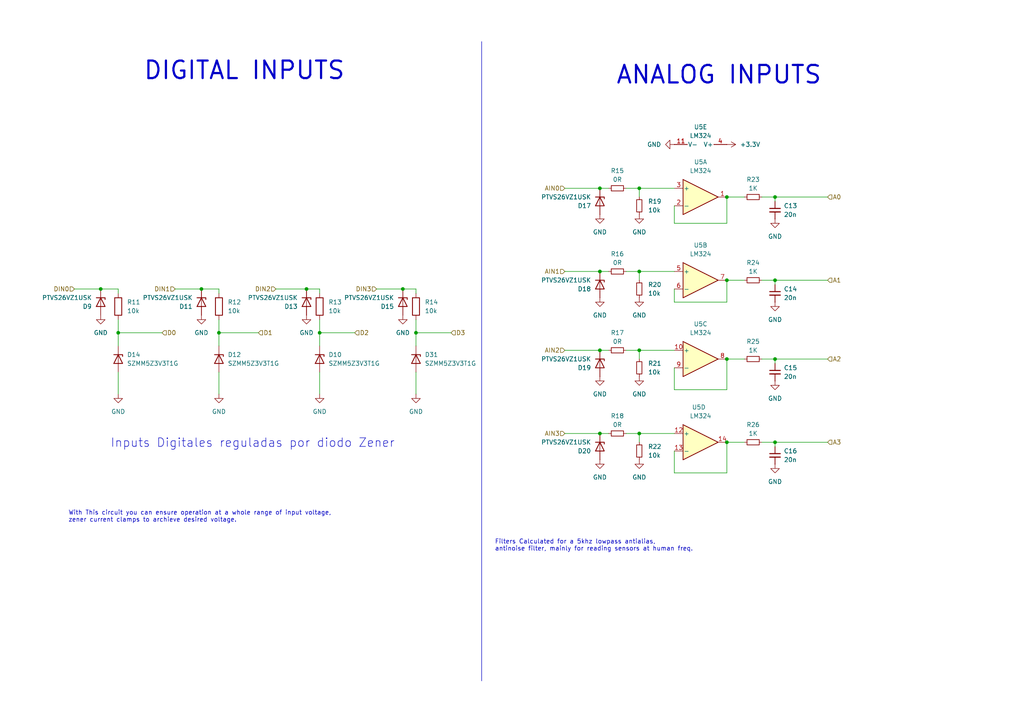
<source format=kicad_sch>
(kicad_sch (version 20231120) (generator "eeschema") (generator_version "8.0")
  (paper "A4")
  (lib_symbols
    (symbol "Amplifier_Operational:LM324" (pin_names (offset 0.127))
      (property "Reference" "U" (at 0 5.08 0))
      (property "Value" "LM324" (at 0 -5.08 0))
      (symbol "LM324_1_1"
        (polyline (pts (xy -5.08 5.08) (xy 5.08 0) (xy -5.08 -5.08) (xy -5.08 5.08)) (stroke (width 0.254)) (fill (type background)))
        (pin output line (at 7.62 0 180) (length 2.54) (name "~") (number "1"))
        (pin input line (at -7.62 -2.54 0) (length 2.54) (name "-") (number "2"))
        (pin input line (at -7.62 2.54 0) (length 2.54) (name "+") (number "3"))
      )
      (symbol "LM324_2_1"
        (polyline (pts (xy -5.08 5.08) (xy 5.08 0) (xy -5.08 -5.08) (xy -5.08 5.08)) (stroke (width 0.254)) (fill (type background)))
        (pin input line (at -7.62 2.54 0) (length 2.54) (name "+") (number "5"))
        (pin input line (at -7.62 -2.54 0) (length 2.54) (name "-") (number "6"))
        (pin output line (at 7.62 0 180) (length 2.54) (name "~") (number "7"))
      )
      (symbol "LM324_3_1"
        (polyline (pts (xy -5.08 5.08) (xy 5.08 0) (xy -5.08 -5.08) (xy -5.08 5.08)) (stroke (width 0.254)) (fill (type background)))
        (pin input line (at -7.62 2.54 0) (length 2.54) (name "+") (number "10"))
        (pin output line (at 7.62 0 180) (length 2.54) (name "~") (number "8"))
        (pin input line (at -7.62 -2.54 0) (length 2.54) (name "-") (number "9"))
      )
      (symbol "LM324_4_1"
        (polyline (pts (xy -5.08 5.08) (xy 5.08 0) (xy -5.08 -5.08) (xy -5.08 5.08)) (stroke (width 0.254)) (fill (type background)))
        (pin input line (at -7.62 2.54 0) (length 2.54) (name "+") (number "12"))
        (pin input line (at -7.62 -2.54 0) (length 2.54) (name "-") (number "13"))
        (pin output line (at 7.62 0 180) (length 2.54) (name "~") (number "14"))
      )
      (symbol "LM324_5_1"
        (pin power_in line (at -2.54 -7.62 90) (length 3.81) (name "V-") (number "11"))
        (pin power_in line (at -2.54 7.62 270) (length 3.81) (name "V+") (number "4"))
      )
    )
    (symbol "Device:C_Small" (pin_numbers hide) (pin_names (offset 0.254) hide)
      (property "Reference" "C" (at 0.254 1.778 0))
      (property "Value" "C_Small" (at 0.254 -2.032 0))
      (symbol "C_Small_0_1"
        (polyline (pts (xy -1.524 -0.508) (xy 1.524 -0.508)) (stroke (width 0.3302)))
        (polyline (pts (xy -1.524 0.508) (xy 1.524 0.508)) (stroke (width 0.3048)))
      )
      (symbol "C_Small_1_1"
        (pin passive line (at 0 2.54 270) (length 2.032) (name "~") (number "1"))
        (pin passive line (at 0 -2.54 90) (length 2.032) (name "~") (number "2"))
      )
    )
    (symbol "Device:D_Zener" (pin_numbers hide) (pin_names (offset 1.016) hide)
      (property "Reference" "D" (at 0 2.54 0))
      (property "Value" "D_Zener" (at 0 -2.54 0))
      (symbol "D_Zener_0_1"
        (polyline (pts (xy 1.27 0) (xy -1.27 0)))
        (polyline (pts (xy -1.27 -1.27) (xy -1.27 1.27) (xy -0.762 1.27)) (stroke (width 0.254)))
        (polyline (pts (xy 1.27 -1.27) (xy 1.27 1.27) (xy -1.27 0) (xy 1.27 -1.27)) (stroke (width 0.254)))
      )
      (symbol "D_Zener_1_1"
        (pin passive line (at -3.81 0 0) (length 2.54) (name "K") (number "1"))
        (pin passive line (at 3.81 0 180) (length 2.54) (name "A") (number "2"))
      )
    )
    (symbol "Device:R" (pin_numbers hide) (pin_names (offset 0))
      (property "Reference" "R" (at 2.032 0 90))
      (property "Value" "R" (at 0 0 90))
      (symbol "R_0_1"
        (rectangle (start -1.016 -2.54) (end 1.016 2.54) (stroke (width 0.254)))
      )
      (symbol "R_1_1"
        (pin passive line (at 0 3.81 270) (length 1.27) (name "~") (number "1"))
        (pin passive line (at 0 -3.81 90) (length 1.27) (name "~") (number "2"))
      )
    )
    (symbol "Device:R_Small" (pin_numbers hide) (pin_names (offset 0.254) hide)
      (property "Reference" "R" (at 0.762 0.508 0))
      (property "Value" "R_Small" (at 0.762 -1.016 0))
      (symbol "R_Small_0_1"
        (rectangle (start -0.762 1.778) (end 0.762 -1.778) (stroke (width 0.2032)))
      )
      (symbol "R_Small_1_1"
        (pin passive line (at 0 2.54 270) (length 0.762) (name "~") (number "1"))
        (pin passive line (at 0 -2.54 90) (length 0.762) (name "~") (number "2"))
      )
    )
    (symbol "Diode:PTVS26VZ1USK" (pin_numbers hide) (pin_names hide)
      (property "Reference" "D" (at 0 2.54 0))
      (property "Value" "PTVS26VZ1USK" (at 0 -2.54 0))
      (symbol "PTVS26VZ1USK_0_1"
        (polyline (pts (xy 1.27 0) (xy -1.27 0)))
        (polyline (pts (xy -1.27 -1.27) (xy -1.27 1.27) (xy -0.762 1.27)) (stroke (width 0.254)))
        (polyline (pts (xy 1.27 -1.27) (xy 1.27 1.27) (xy -1.27 0) (xy 1.27 -1.27)) (stroke (width 0.254)))
      )
      (symbol "PTVS26VZ1USK_1_1"
        (pin passive line (at -3.81 0 0) (length 2.54) (name "K") (number "1"))
        (pin passive line (at 3.81 0 180) (length 2.54) (name "A") (number "2"))
      )
    )
    (symbol "GND_1" (power) (pin_numbers hide) (pin_names (offset 0) hide)
      (property "Value" "GND" (at 0 -3.81 0))
      (symbol "GND_1_0_1"
        (polyline (pts (xy 0 0) (xy 0 -1.27) (xy 1.27 -1.27) (xy 0 -2.54) (xy -1.27 -1.27) (xy 0 -1.27)))
      )
      (symbol "GND_1_1_1"
        (pin power_in line (at 0 0 270) (length 0) (name "~") (number "1"))
      )
    )
    (symbol "GND_2" (power) (pin_numbers hide) (pin_names (offset 0) hide)
      (property "Value" "GND" (at 0 -3.81 0))
      (symbol "GND_2_0_1"
        (polyline (pts (xy 0 0) (xy 0 -1.27) (xy 1.27 -1.27) (xy 0 -2.54) (xy -1.27 -1.27) (xy 0 -1.27)))
      )
      (symbol "GND_2_1_1"
        (pin power_in line (at 0 0 270) (length 0) (name "~") (number "1"))
      )
    )
    (symbol "power:+3.3V" (power) (pin_numbers hide) (pin_names (offset 0) hide)
      (property "Value" "+3.3V" (at 0 3.556 0))
      (symbol "+3.3V_0_1"
        (polyline (pts (xy -0.762 1.27) (xy 0 2.54)))
        (polyline (pts (xy 0 0) (xy 0 2.54)))
        (polyline (pts (xy 0 2.54) (xy 0.762 1.27)))
      )
      (symbol "+3.3V_1_1"
        (pin power_in line (at 0 0 90) (length 0) (name "~") (number "1"))
      )
    )
    (symbol "power:GND" (power) (pin_names (offset 0))
      (property "Value" "GND" (at 0 -3.81 0))
      (symbol "GND_0_1"
        (polyline (pts (xy 0 0) (xy 0 -1.27) (xy 1.27 -1.27) (xy 0 -2.54) (xy -1.27 -1.27) (xy 0 -1.27)))
      )
      (symbol "GND_1_1"
        (pin power_in line (at 0 0 270) (length 0) hide (name "GND") (number "1"))
      )
    )
  )
  (junction (at 224.79 128.27))
  (junction (at 88.9 83.82))
  (junction (at 185.42 125.73))
  (junction (at 185.42 54.61))
  (junction (at 173.99 125.73))
  (junction (at 210.82 81.28))
  (junction (at 29.21 83.82))
  (junction (at 173.99 54.61))
  (junction (at 210.82 128.27))
  (junction (at 92.71 96.52))
  (junction (at 185.42 101.6))
  (junction (at 210.82 104.14))
  (junction (at 224.79 104.14))
  (junction (at 58.42 83.82))
  (junction (at 224.79 81.28))
  (junction (at 116.84 83.82))
  (junction (at 224.79 57.15))
  (junction (at 210.82 57.15))
  (junction (at 185.42 78.74))
  (junction (at 63.5 96.52))
  (junction (at 120.65 96.52))
  (junction (at 173.99 78.74))
  (junction (at 173.99 101.6))
  (junction (at 34.29 96.52))
  (wire (pts (xy 195.58 130.81) (xy 195.58 137.16)))
  (wire (pts (xy 21.59 83.82) (xy 29.21 83.82)))
  (wire (pts (xy 163.83 78.74) (xy 173.99 78.74)))
  (wire (pts (xy 109.22 83.82) (xy 116.84 83.82)))
  (wire (pts (xy 195.58 59.69) (xy 195.58 64.77)))
  (wire (pts (xy 210.82 57.15) (xy 215.9 57.15)))
  (wire (pts (xy 34.29 92.71) (xy 34.29 96.52)))
  (wire (pts (xy 224.79 104.14) (xy 224.79 105.41)))
  (wire (pts (xy 195.58 137.16) (xy 210.82 137.16)))
  (wire (pts (xy 92.71 92.71) (xy 92.71 96.52)))
  (wire (pts (xy 58.42 83.82) (xy 63.5 83.82)))
  (wire (pts (xy 210.82 113.03) (xy 210.82 104.14)))
  (wire (pts (xy 220.98 128.27) (xy 224.79 128.27)))
  (wire (pts (xy 181.61 125.73) (xy 185.42 125.73)))
  (wire (pts (xy 120.65 83.82) (xy 120.65 85.09)))
  (wire (pts (xy 210.82 87.63) (xy 210.82 81.28)))
  (wire (pts (xy 120.65 107.95) (xy 120.65 114.3)))
  (wire (pts (xy 34.29 96.52) (xy 46.99 96.52)))
  (wire (pts (xy 163.83 101.6) (xy 173.99 101.6)))
  (wire (pts (xy 224.79 128.27) (xy 224.79 129.54)))
  (wire (pts (xy 80.01 83.82) (xy 88.9 83.82)))
  (wire (pts (xy 173.99 54.61) (xy 176.53 54.61)))
  (wire (pts (xy 92.71 96.52) (xy 102.87 96.52)))
  (wire (pts (xy 224.79 128.27) (xy 240.03 128.27)))
  (wire (pts (xy 220.98 57.15) (xy 224.79 57.15)))
  (wire (pts (xy 29.21 83.82) (xy 34.29 83.82)))
  (wire (pts (xy 210.82 57.15) (xy 210.82 64.77)))
  (wire (pts (xy 181.61 54.61) (xy 185.42 54.61)))
  (wire (pts (xy 50.8 83.82) (xy 58.42 83.82)))
  (wire (pts (xy 92.71 96.52) (xy 92.71 100.33)))
  (wire (pts (xy 120.65 96.52) (xy 120.65 100.33)))
  (wire (pts (xy 92.71 83.82) (xy 92.71 85.09)))
  (wire (pts (xy 195.58 87.63) (xy 210.82 87.63)))
  (wire (pts (xy 185.42 81.28) (xy 185.42 78.74)))
  (wire (pts (xy 185.42 125.73) (xy 195.58 125.73)))
  (wire (pts (xy 224.79 81.28) (xy 240.03 81.28)))
  (wire (pts (xy 210.82 137.16) (xy 210.82 128.27)))
  (wire (pts (xy 185.42 78.74) (xy 195.58 78.74)))
  (wire (pts (xy 224.79 57.15) (xy 224.79 58.42)))
  (wire (pts (xy 185.42 57.15) (xy 185.42 54.61)))
  (wire (pts (xy 185.42 54.61) (xy 195.58 54.61)))
  (wire (pts (xy 63.5 96.52) (xy 63.5 100.33)))
  (wire (pts (xy 215.9 81.28) (xy 210.82 81.28)))
  (wire (pts (xy 224.79 104.14) (xy 240.03 104.14)))
  (wire (pts (xy 181.61 78.74) (xy 185.42 78.74)))
  (wire (pts (xy 195.58 113.03) (xy 210.82 113.03)))
  (wire (pts (xy 116.84 83.82) (xy 120.65 83.82)))
  (wire (pts (xy 34.29 83.82) (xy 34.29 85.09)))
  (wire (pts (xy 92.71 107.95) (xy 92.71 114.3)))
  (wire (pts (xy 185.42 128.27) (xy 185.42 125.73)))
  (wire (pts (xy 185.42 104.14) (xy 185.42 101.6)))
  (wire (pts (xy 120.65 96.52) (xy 130.81 96.52)))
  (wire (pts (xy 215.9 128.27) (xy 210.82 128.27)))
  (wire (pts (xy 195.58 106.68) (xy 195.58 113.03)))
  (wire (pts (xy 224.79 81.28) (xy 224.79 82.55)))
  (wire (pts (xy 163.83 54.61) (xy 173.99 54.61)))
  (wire (pts (xy 195.58 83.82) (xy 195.58 87.63)))
  (wire (pts (xy 63.5 96.52) (xy 74.93 96.52)))
  (wire (pts (xy 220.98 81.28) (xy 224.79 81.28)))
  (wire (pts (xy 120.65 92.71) (xy 120.65 96.52)))
  (polyline (pts (xy 139.7 12.065) (xy 139.7 197.485)))
  (wire (pts (xy 63.5 83.82) (xy 63.5 85.09)))
  (wire (pts (xy 173.99 125.73) (xy 176.53 125.73)))
  (wire (pts (xy 163.83 125.73) (xy 173.99 125.73)))
  (wire (pts (xy 185.42 101.6) (xy 195.58 101.6)))
  (wire (pts (xy 173.99 78.74) (xy 176.53 78.74)))
  (wire (pts (xy 181.61 101.6) (xy 185.42 101.6)))
  (wire (pts (xy 220.98 104.14) (xy 224.79 104.14)))
  (wire (pts (xy 63.5 92.71) (xy 63.5 96.52)))
  (wire (pts (xy 63.5 107.95) (xy 63.5 114.3)))
  (wire (pts (xy 34.29 96.52) (xy 34.29 100.33)))
  (wire (pts (xy 195.58 64.77) (xy 210.82 64.77)))
  (wire (pts (xy 34.29 107.95) (xy 34.29 114.3)))
  (wire (pts (xy 173.99 101.6) (xy 176.53 101.6)))
  (wire (pts (xy 224.79 57.15) (xy 240.03 57.15)))
  (wire (pts (xy 88.9 83.82) (xy 92.71 83.82)))
  (wire (pts (xy 215.9 104.14) (xy 210.82 104.14)))
  (text "With This circuit you can ensure operation at a whole range of input voltage,\nzener current clamps to archieve desired voltage.\n" (at 19.812 149.86 0) (effects (font (size 1.27 1.27)) (justify left)))
  (text "DIGITAL INPUTS" (at 70.866 20.574 0) (effects (font (size 5.08 5.08) (thickness 0.635))))
  (text "Inputs Digitales reguladas por diodo Zener" (at 32.004 130.048 0) (effects (font (size 2.5 2.5)) (justify left bottom)))
  (text "ANALOG INPUTS" (at 208.534 21.844 0) (effects (font (size 5.08 5.08) (thickness 0.635))))
  (text "Filters Calculated for a 5khz lowpass antialias, \nantinoise filter, mainly for reading sensors at human freq." (at 143.51 158.242 0) (effects (font (size 1.27 1.27)) (justify left)))
  (hierarchical_label "DIN3" (shape input) (at 109.22 83.82 180) (effects (font (thickness 0.1588))))
  (hierarchical_label "AIN1" (shape input) (at 163.83 78.74 180))
  (hierarchical_label "D2" (shape input) (at 102.87 96.52 0) (effects (font (thickness 0.1588))))
  (hierarchical_label "AIN2" (shape input) (at 163.83 101.6 180))
  (hierarchical_label "A1" (shape input) (at 240.03 81.28 0))
  (hierarchical_label "D1" (shape input) (at 74.93 96.52 0) (effects (font (thickness 0.1588))))
  (hierarchical_label "AIN0" (shape input) (at 163.83 54.61 180))
  (hierarchical_label "DIN0" (shape input) (at 21.59 83.82 180) (effects (font (thickness 0.1588))))
  (hierarchical_label "A0" (shape input) (at 240.03 57.15 0))
  (hierarchical_label "D0" (shape input) (at 46.99 96.52 0) (effects (font (thickness 0.1588))))
  (hierarchical_label "AIN3" (shape input) (at 163.83 125.73 180))
  (hierarchical_label "A3" (shape input) (at 240.03 128.27 0))
  (hierarchical_label "D3" (shape input) (at 130.81 96.52 0) (effects (font (thickness 0.1588))))
  (hierarchical_label "A2" (shape input) (at 240.03 104.14 0))
  (hierarchical_label "DIN2" (shape input) (at 80.01 83.82 180) (effects (font (thickness 0.1588))))
  (hierarchical_label "DIN1" (shape input) (at 50.8 83.82 180) (effects (font (thickness 0.1588))))
  (symbol (lib_name "GND_2") (lib_id "power:GND") (at 173.99 62.23 0) (unit 1)
    (property "Reference" "#PWR049" (effects (hide yes)))
    (property "Value" "GND" (at 173.99 67.31 0))
    (property "Description" "Power symbol creates a global label with name \"GND\" , ground" (effects (hide yes)))
  )
  (symbol (lib_name "GND_2") (lib_id "power:GND") (at 185.42 133.35 0) (unit 1)
    (property "Reference" "#PWR056" (effects (hide yes)))
    (property "Value" "GND" (at 185.42 138.43 0))
    (property "Description" "Power symbol creates a global label with name \"GND\" , ground" (effects (hide yes)))
  )
  (symbol (lib_id "Device:R") (at 63.5 88.9 0) (unit 1)
    (property "Reference" "R12" (at 66.04 87.6299 0) (effects (justify left)))
    (property "Value" "10k" (at 66.04 90.1699 0) (effects (justify left)))
    (property "Footprint" "Resistor_SMD:R_0603_1608Metric" (effects (hide yes)))
  )
  (symbol (lib_id "Diode:PTVS26VZ1USK") (at 173.99 105.41 270) (unit 1)
    (property "Reference" "D19" (at 171.45 106.6801 90) (effects (justify right)))
    (property "Value" "PTVS26VZ1USK" (at 171.45 104.1401 90) (effects (justify right)))
    (property "Footprint" "Diode_SMD:Nexperia_DSN1608-2_1.6x0.8mm" (effects (hide yes)))
    (property "Datasheet" "https://assets.nexperia.com/documents/data-sheet/PTVS26VZ1USK.pdf" (effects (hide yes)))
    (property "Description" "26V, 1850W TVS unidirectional diode, DSN1608-2" (effects (hide yes)))
  )
  (symbol (lib_id "Device:R_Small") (at 185.42 59.69 0) (unit 1)
    (property "Reference" "R19" (at 187.96 58.4199 0) (effects (justify left)))
    (property "Value" "10k" (at 187.96 60.9599 0) (effects (justify left)))
    (property "Footprint" "Resistor_SMD:R_0603_1608Metric" (effects (hide yes)))
    (property "Description" "Resistor, small symbol" (effects (hide yes)))
  )
  (symbol (lib_name "GND_2") (lib_id "power:GND") (at 173.99 109.22 0) (unit 1)
    (property "Reference" "#PWR051" (effects (hide yes)))
    (property "Value" "GND" (at 173.99 114.3 0))
    (property "Description" "Power symbol creates a global label with name \"GND\" , ground" (effects (hide yes)))
  )
  (symbol (lib_id "Diode:PTVS26VZ1USK") (at 173.99 129.54 270) (unit 1)
    (property "Reference" "D20" (at 171.45 130.8101 90) (effects (justify right)))
    (property "Value" "PTVS26VZ1USK" (at 171.45 128.2701 90) (effects (justify right)))
    (property "Footprint" "Diode_SMD:Nexperia_DSN1608-2_1.6x0.8mm" (effects (hide yes)))
    (property "Datasheet" "https://assets.nexperia.com/documents/data-sheet/PTVS26VZ1USK.pdf" (effects (hide yes)))
    (property "Description" "26V, 1850W TVS unidirectional diode, DSN1608-2" (effects (hide yes)))
  )
  (symbol (lib_id "power:GND") (at 88.9 91.44 0) (unit 1)
    (property "Reference" "#PWR045" (effects (hide yes)))
    (property "Value" "GND" (at 88.9 96.52 0))
  )
  (symbol (lib_name "GND_2") (lib_id "power:GND") (at 185.42 86.36 0) (unit 1)
    (property "Reference" "#PWR054" (effects (hide yes)))
    (property "Value" "GND" (at 185.42 91.44 0))
    (property "Description" "Power symbol creates a global label with name \"GND\" , ground" (effects (hide yes)))
  )
  (symbol (lib_id "Device:R_Small") (at 185.42 130.81 0) (unit 1)
    (property "Reference" "R22" (at 187.96 129.5399 0) (effects (justify left)))
    (property "Value" "10k" (at 187.96 132.0799 0) (effects (justify left)))
    (property "Footprint" "Resistor_SMD:R_0603_1608Metric" (effects (hide yes)))
    (property "Description" "Resistor, small symbol" (effects (hide yes)))
  )
  (symbol (lib_name "GND_2") (lib_id "power:GND") (at 224.79 110.49 0) (unit 1)
    (property "Reference" "#PWR060" (effects (hide yes)))
    (property "Value" "GND" (at 224.79 115.57 0))
    (property "Description" "Power symbol creates a global label with name \"GND\" , ground" (effects (hide yes)))
  )
  (symbol (lib_name "GND_2") (lib_id "power:GND") (at 224.79 87.63 0) (unit 1)
    (property "Reference" "#PWR059" (effects (hide yes)))
    (property "Value" "GND" (at 224.79 92.71 0))
    (property "Description" "Power symbol creates a global label with name \"GND\" , ground" (effects (hide yes)))
  )
  (symbol (lib_id "Device:R") (at 34.29 88.9 0) (unit 1)
    (property "Reference" "R11" (at 36.83 87.6299 0) (effects (justify left)))
    (property "Value" "10k" (at 36.83 90.1699 0) (effects (justify left)))
    (property "Footprint" "Resistor_SMD:R_0603_1608Metric" (effects (hide yes)))
  )
  (symbol (lib_id "Device:R_Small") (at 179.07 125.73 90) (unit 1)
    (property "Reference" "R18" (at 179.07 120.65 90))
    (property "Value" "0R" (at 179.07 123.19 90))
    (property "Footprint" "Resistor_SMD:R_0603_1608Metric" (effects (hide yes)))
    (property "Description" "Resistor, small symbol" (effects (hide yes)))
  )
  (symbol (lib_id "power:GND") (at 29.21 91.44 0) (unit 1)
    (property "Reference" "#PWR041" (effects (hide yes)))
    (property "Value" "GND" (at 29.21 96.52 0))
  )
  (symbol (lib_id "power:GND") (at 92.71 114.3 0) (unit 1)
    (property "Reference" "#PWR046" (effects (hide yes)))
    (property "Value" "GND" (at 92.71 119.38 0))
  )
  (symbol (lib_id "Amplifier_Operational:LM324") (at 203.2 81.28 0) (unit 2)
    (property "Reference" "U5" (at 203.2 71.12 0))
    (property "Value" "LM324" (at 203.2 73.66 0))
    (property "Footprint" "Package_SO:SOIC-14_3.9x8.7mm_P1.27mm" (effects (hide yes)))
    (property "Datasheet" "http://www.ti.com/lit/ds/symlink/lm2902-n.pdf" (effects (hide yes)))
    (property "Description" "Low-Power, Quad-Operational Amplifiers, DIP-14/SOIC-14/SSOP-14" (effects (hide yes)))
  )
  (symbol (lib_id "Device:D_Zener") (at 34.29 104.14 270) (unit 1)
    (property "Reference" "D14" (at 36.83 102.8699 90) (effects (justify left)))
    (property "Value" "SZMM5Z3V3T1G" (at 36.83 105.4099 90) (effects (justify left)))
    (property "Footprint" "Diode_SMD:D_SOD-523" (effects (hide yes)))
    (property "Description" "Zener diode" (effects (hide yes)))
  )
  (symbol (lib_id "Diode:PTVS26VZ1USK") (at 88.9 87.63 270) (unit 1)
    (property "Reference" "D13" (at 86.36 88.9001 90) (effects (justify right)))
    (property "Value" "PTVS26VZ1USK" (at 86.36 86.3601 90) (effects (justify right)))
    (property "Footprint" "Diode_SMD:Nexperia_DSN1608-2_1.6x0.8mm" (effects (hide yes)))
    (property "Datasheet" "https://assets.nexperia.com/documents/data-sheet/PTVS26VZ1USK.pdf" (effects (hide yes)))
    (property "Description" "26V, 1850W TVS unidirectional diode, DSN1608-2" (effects (hide yes)))
  )
  (symbol (lib_id "power:GND") (at 63.5 114.3 0) (unit 1)
    (property "Reference" "#PWR044" (effects (hide yes)))
    (property "Value" "GND" (at 63.5 119.38 0))
  )
  (symbol (lib_id "Device:R_Small") (at 218.44 81.28 90) (unit 1)
    (property "Reference" "R24" (at 218.44 76.2 90))
    (property "Value" "1K" (at 218.44 78.74 90))
    (property "Footprint" "Resistor_SMD:R_0603_1608Metric" (effects (hide yes)))
    (property "Description" "Resistor, small symbol" (effects (hide yes)))
  )
  (symbol (lib_name "GND_2") (lib_id "power:GND") (at 185.42 109.22 0) (unit 1)
    (property "Reference" "#PWR055" (effects (hide yes)))
    (property "Value" "GND" (at 185.42 114.3 0))
    (property "Description" "Power symbol creates a global label with name \"GND\" , ground" (effects (hide yes)))
  )
  (symbol (lib_id "Diode:PTVS26VZ1USK") (at 29.21 87.63 270) (unit 1)
    (property "Reference" "D9" (at 26.67 88.9001 90) (effects (justify right)))
    (property "Value" "PTVS26VZ1USK" (at 26.67 86.3601 90) (effects (justify right)))
    (property "Footprint" "Diode_SMD:Nexperia_DSN1608-2_1.6x0.8mm" (effects (hide yes)))
    (property "Datasheet" "https://assets.nexperia.com/documents/data-sheet/PTVS26VZ1USK.pdf" (effects (hide yes)))
    (property "Description" "26V, 1850W TVS unidirectional diode, DSN1608-2" (effects (hide yes)))
  )
  (symbol (lib_name "GND_2") (lib_id "power:GND") (at 173.99 86.36 0) (unit 1)
    (property "Reference" "#PWR050" (effects (hide yes)))
    (property "Value" "GND" (at 173.99 91.44 0))
    (property "Description" "Power symbol creates a global label with name \"GND\" , ground" (effects (hide yes)))
  )
  (symbol (lib_id "Device:R_Small") (at 218.44 57.15 90) (unit 1)
    (property "Reference" "R23" (at 218.44 52.07 90))
    (property "Value" "1K" (at 218.44 54.61 90))
    (property "Footprint" "Resistor_SMD:R_0603_1608Metric" (effects (hide yes)))
    (property "Description" "Resistor, small symbol" (effects (hide yes)))
  )
  (symbol (lib_id "Amplifier_Operational:LM324") (at 203.2 128.27 0) (unit 4)
    (property "Reference" "U5" (at 202.692 118.11 0))
    (property "Value" "LM324" (at 203.2 120.65 0))
    (property "Footprint" "Package_SO:SOIC-14_3.9x8.7mm_P1.27mm" (effects (hide yes)))
    (property "Datasheet" "http://www.ti.com/lit/ds/symlink/lm2902-n.pdf" (effects (hide yes)))
    (property "Description" "Low-Power, Quad-Operational Amplifiers, DIP-14/SOIC-14/SSOP-14" (effects (hide yes)))
  )
  (symbol (lib_id "Amplifier_Operational:LM324") (at 203.2 104.14 0) (unit 3)
    (property "Reference" "U5" (at 203.2 93.98 0))
    (property "Value" "LM324" (at 203.2 96.52 0))
    (property "Footprint" "Package_SO:SOIC-14_3.9x8.7mm_P1.27mm" (effects (hide yes)))
    (property "Datasheet" "http://www.ti.com/lit/ds/symlink/lm2902-n.pdf" (effects (hide yes)))
    (property "Description" "Low-Power, Quad-Operational Amplifiers, DIP-14/SOIC-14/SSOP-14" (effects (hide yes)))
  )
  (symbol (lib_id "power:GND") (at 116.84 91.44 0) (unit 1)
    (property "Reference" "#PWR047" (effects (hide yes)))
    (property "Value" "GND" (at 116.84 96.52 0))
  )
  (symbol (lib_id "Device:C_Small") (at 224.79 132.08 0) (unit 1)
    (property "Reference" "C16" (at 227.33 130.8162 0) (effects (justify left)))
    (property "Value" "20n" (at 227.33 133.3562 0) (effects (justify left)))
    (property "Footprint" "Capacitor_SMD:C_0603_1608Metric" (effects (hide yes)))
    (property "Description" "Unpolarized capacitor, small symbol" (effects (hide yes)))
  )
  (symbol (lib_id "Diode:PTVS26VZ1USK") (at 58.42 87.63 270) (unit 1)
    (property "Reference" "D11" (at 55.88 88.9001 90) (effects (justify right)))
    (property "Value" "PTVS26VZ1USK" (at 55.88 86.3601 90) (effects (justify right)))
    (property "Footprint" "Diode_SMD:Nexperia_DSN1608-2_1.6x0.8mm" (effects (hide yes)))
    (property "Datasheet" "https://assets.nexperia.com/documents/data-sheet/PTVS26VZ1USK.pdf" (effects (hide yes)))
    (property "Description" "26V, 1850W TVS unidirectional diode, DSN1608-2" (effects (hide yes)))
  )
  (symbol (lib_name "GND_1") (lib_id "power:GND") (at 195.58 41.91 270) (unit 1)
    (property "Reference" "#PWR057" (effects (hide yes)))
    (property "Value" "GND" (at 191.77 41.9099 90) (effects (justify right)))
    (property "Description" "Power symbol creates a global label with name \"GND\" , ground" (effects (hide yes)))
  )
  (symbol (lib_id "Device:R") (at 120.65 88.9 0) (unit 1)
    (property "Reference" "R14" (at 123.19 87.6299 0) (effects (justify left)))
    (property "Value" "10k" (at 123.19 90.1699 0) (effects (justify left)))
    (property "Footprint" "Resistor_SMD:R_0603_1608Metric" (effects (hide yes)))
  )
  (symbol (lib_name "GND_2") (lib_id "power:GND") (at 224.79 63.5 0) (unit 1)
    (property "Reference" "#PWR058" (effects (hide yes)))
    (property "Value" "GND" (at 224.79 68.58 0))
    (property "Description" "Power symbol creates a global label with name \"GND\" , ground" (effects (hide yes)))
  )
  (symbol (lib_id "power:GND") (at 34.29 114.3 0) (unit 1)
    (property "Reference" "#PWR042" (effects (hide yes)))
    (property "Value" "GND" (at 34.29 119.38 0))
  )
  (symbol (lib_id "Diode:PTVS26VZ1USK") (at 173.99 58.42 270) (unit 1)
    (property "Reference" "D17" (at 171.45 59.6901 90) (effects (justify right)))
    (property "Value" "PTVS26VZ1USK" (at 171.45 57.1501 90) (effects (justify right)))
    (property "Footprint" "Diode_SMD:Nexperia_DSN1608-2_1.6x0.8mm" (effects (hide yes)))
    (property "Datasheet" "https://assets.nexperia.com/documents/data-sheet/PTVS26VZ1USK.pdf" (effects (hide yes)))
    (property "Description" "26V, 1850W TVS unidirectional diode, DSN1608-2" (effects (hide yes)))
  )
  (symbol (lib_id "Device:R_Small") (at 179.07 54.61 90) (unit 1)
    (property "Reference" "R15" (at 179.07 49.53 90))
    (property "Value" "0R" (at 179.07 52.07 90))
    (property "Footprint" "Resistor_SMD:R_0603_1608Metric" (effects (hide yes)))
    (property "Description" "Resistor, small symbol" (effects (hide yes)))
  )
  (symbol (lib_name "GND_2") (lib_id "power:GND") (at 173.99 133.35 0) (unit 1)
    (property "Reference" "#PWR052" (effects (hide yes)))
    (property "Value" "GND" (at 173.99 138.43 0))
    (property "Description" "Power symbol creates a global label with name \"GND\" , ground" (effects (hide yes)))
  )
  (symbol (lib_id "Diode:PTVS26VZ1USK") (at 116.84 87.63 270) (unit 1)
    (property "Reference" "D15" (at 114.3 88.9001 90) (effects (justify right)))
    (property "Value" "PTVS26VZ1USK" (at 114.3 86.3601 90) (effects (justify right)))
    (property "Footprint" "Diode_SMD:Nexperia_DSN1608-2_1.6x0.8mm" (effects (hide yes)))
    (property "Datasheet" "https://assets.nexperia.com/documents/data-sheet/PTVS26VZ1USK.pdf" (effects (hide yes)))
    (property "Description" "26V, 1850W TVS unidirectional diode, DSN1608-2" (effects (hide yes)))
  )
  (symbol (lib_id "power:+3.3V") (at 210.82 41.91 270) (unit 1)
    (property "Reference" "#PWR062" (effects (hide yes)))
    (property "Value" "+3.3V" (at 214.63 41.9099 90) (effects (justify left)))
    (property "Description" "Power symbol creates a global label with name \"+3.3V\"" (effects (hide yes)))
  )
  (symbol (lib_id "Amplifier_Operational:LM324") (at 203.2 57.15 0) (unit 1)
    (property "Reference" "U5" (at 203.2 46.99 0))
    (property "Value" "LM324" (at 203.2 49.53 0))
    (property "Footprint" "Package_SO:SOIC-14_3.9x8.7mm_P1.27mm" (effects (hide yes)))
    (property "Datasheet" "http://www.ti.com/lit/ds/symlink/lm2902-n.pdf" (effects (hide yes)))
    (property "Description" "Low-Power, Quad-Operational Amplifiers, DIP-14/SOIC-14/SSOP-14" (effects (hide yes)))
  )
  (symbol (lib_id "Device:D_Zener") (at 92.71 104.14 270) (unit 1)
    (property "Reference" "D10" (at 95.25 102.8699 90) (effects (justify left)))
    (property "Value" "SZMM5Z3V3T1G" (at 95.25 105.4099 90) (effects (justify left)))
    (property "Footprint" "Diode_SMD:D_SOD-523" (effects (hide yes)))
    (property "Description" "Zener diode" (effects (hide yes)))
  )
  (symbol (lib_id "power:GND") (at 58.42 91.44 0) (unit 1)
    (property "Reference" "#PWR043" (effects (hide yes)))
    (property "Value" "GND" (at 58.42 96.52 0))
  )
  (symbol (lib_id "Device:R_Small") (at 185.42 83.82 0) (unit 1)
    (property "Reference" "R20" (at 187.96 82.5499 0) (effects (justify left)))
    (property "Value" "10k" (at 187.96 85.0899 0) (effects (justify left)))
    (property "Footprint" "Resistor_SMD:R_0603_1608Metric" (effects (hide yes)))
    (property "Description" "Resistor, small symbol" (effects (hide yes)))
  )
  (symbol (lib_id "Device:R_Small") (at 185.42 106.68 0) (unit 1)
    (property "Reference" "R21" (at 187.96 105.4099 0) (effects (justify left)))
    (property "Value" "10k" (at 187.96 107.9499 0) (effects (justify left)))
    (property "Footprint" "Resistor_SMD:R_0603_1608Metric" (effects (hide yes)))
    (property "Description" "Resistor, small symbol" (effects (hide yes)))
  )
  (symbol (lib_id "Amplifier_Operational:LM324") (at 203.2 44.45 270) (unit 5)
    (property "Reference" "U5" (at 203.2 36.83 90))
    (property "Value" "LM324" (at 203.2 39.37 90))
    (property "Footprint" "Package_SO:SOIC-14_3.9x8.7mm_P1.27mm" (effects (hide yes)))
    (property "Datasheet" "http://www.ti.com/lit/ds/symlink/lm2902-n.pdf" (effects (hide yes)))
    (property "Description" "Low-Power, Quad-Operational Amplifiers, DIP-14/SOIC-14/SSOP-14" (effects (hide yes)))
  )
  (symbol (lib_id "Device:D_Zener") (at 120.65 104.14 270) (unit 1)
    (property "Reference" "D31" (at 123.19 102.8699 90) (effects (justify left)))
    (property "Value" "SZMM5Z3V3T1G" (at 123.19 105.4099 90) (effects (justify left)))
    (property "Footprint" "Diode_SMD:D_SOD-523" (effects (hide yes)))
    (property "Description" "Zener diode" (effects (hide yes)))
  )
  (symbol (lib_id "Device:C_Small") (at 224.79 107.95 0) (unit 1)
    (property "Reference" "C15" (at 227.33 106.6862 0) (effects (justify left)))
    (property "Value" "20n" (at 227.33 109.2262 0) (effects (justify left)))
    (property "Footprint" "Capacitor_SMD:C_0603_1608Metric" (effects (hide yes)))
    (property "Description" "Unpolarized capacitor, small symbol" (effects (hide yes)))
  )
  (symbol (lib_id "Device:R_Small") (at 218.44 128.27 90) (unit 1)
    (property "Reference" "R26" (at 218.44 123.19 90))
    (property "Value" "1K" (at 218.44 125.73 90))
    (property "Footprint" "Resistor_SMD:R_0603_1608Metric" (effects (hide yes)))
    (property "Description" "Resistor, small symbol" (effects (hide yes)))
  )
  (symbol (lib_name "GND_2") (lib_id "power:GND") (at 224.79 134.62 0) (unit 1)
    (property "Reference" "#PWR061" (effects (hide yes)))
    (property "Value" "GND" (at 224.79 139.7 0))
    (property "Description" "Power symbol creates a global label with name \"GND\" , ground" (effects (hide yes)))
  )
  (symbol (lib_name "GND_2") (lib_id "power:GND") (at 185.42 62.23 0) (unit 1)
    (property "Reference" "#PWR053" (effects (hide yes)))
    (property "Value" "GND" (at 185.42 67.31 0))
    (property "Description" "Power symbol creates a global label with name \"GND\" , ground" (effects (hide yes)))
  )
  (symbol (lib_id "Device:R_Small") (at 179.07 101.6 90) (unit 1)
    (property "Reference" "R17" (at 179.07 96.52 90))
    (property "Value" "0R" (at 179.07 99.06 90))
    (property "Footprint" "Resistor_SMD:R_0603_1608Metric" (effects (hide yes)))
    (property "Description" "Resistor, small symbol" (effects (hide yes)))
  )
  (symbol (lib_id "Device:R_Small") (at 218.44 104.14 90) (unit 1)
    (property "Reference" "R25" (at 218.44 99.06 90))
    (property "Value" "1K" (at 218.44 101.6 90))
    (property "Footprint" "Resistor_SMD:R_0603_1608Metric" (effects (hide yes)))
    (property "Description" "Resistor, small symbol" (effects (hide yes)))
  )
  (symbol (lib_id "power:GND") (at 120.65 114.3 0) (unit 1)
    (property "Reference" "#PWR048" (effects (hide yes)))
    (property "Value" "GND" (at 120.65 119.38 0))
  )
  (symbol (lib_id "Device:C_Small") (at 224.79 60.96 0) (unit 1)
    (property "Reference" "C13" (at 227.33 59.6962 0) (effects (justify left)))
    (property "Value" "20n" (at 227.33 62.2362 0) (effects (justify left)))
    (property "Footprint" "Capacitor_SMD:C_0603_1608Metric" (effects (hide yes)))
    (property "Description" "Unpolarized capacitor, small symbol" (effects (hide yes)))
  )
  (symbol (lib_id "Device:C_Small") (at 224.79 85.09 0) (unit 1)
    (property "Reference" "C14" (at 227.33 83.8262 0) (effects (justify left)))
    (property "Value" "20n" (at 227.33 86.3662 0) (effects (justify left)))
    (property "Footprint" "Capacitor_SMD:C_0603_1608Metric" (effects (hide yes)))
    (property "Description" "Unpolarized capacitor, small symbol" (effects (hide yes)))
  )
  (symbol (lib_id "Diode:PTVS26VZ1USK") (at 173.99 82.55 270) (unit 1)
    (property "Reference" "D18" (at 171.45 83.8201 90) (effects (justify right)))
    (property "Value" "PTVS26VZ1USK" (at 171.45 81.2801 90) (effects (justify right)))
    (property "Footprint" "Diode_SMD:Nexperia_DSN1608-2_1.6x0.8mm" (effects (hide yes)))
    (property "Datasheet" "https://assets.nexperia.com/documents/data-sheet/PTVS26VZ1USK.pdf" (effects (hide yes)))
    (property "Description" "26V, 1850W TVS unidirectional diode, DSN1608-2" (effects (hide yes)))
  )
  (symbol (lib_id "Device:R_Small") (at 179.07 78.74 90) (unit 1)
    (property "Reference" "R16" (at 179.07 73.66 90))
    (property "Value" "0R" (at 179.07 76.2 90))
    (property "Footprint" "Resistor_SMD:R_0603_1608Metric" (effects (hide yes)))
    (property "Description" "Resistor, small symbol" (effects (hide yes)))
  )
  (symbol (lib_id "Device:R") (at 92.71 88.9 0) (unit 1)
    (property "Reference" "R13" (at 95.25 87.6299 0) (effects (justify left)))
    (property "Value" "10k" (at 95.25 90.1699 0) (effects (justify left)))
    (property "Footprint" "Resistor_SMD:R_0603_1608Metric" (effects (hide yes)))
  )
  (symbol (lib_id "Device:D_Zener") (at 63.5 104.14 270) (unit 1)
    (property "Reference" "D12" (at 66.04 102.8699 90) (effects (justify left)))
    (property "Value" "SZMM5Z3V3T1G" (at 66.04 105.4099 90) (effects (justify left)))
    (property "Footprint" "Diode_SMD:D_SOD-523" (effects (hide yes)))
    (property "Description" "Zener diode" (effects (hide yes)))
  )
)
</source>
